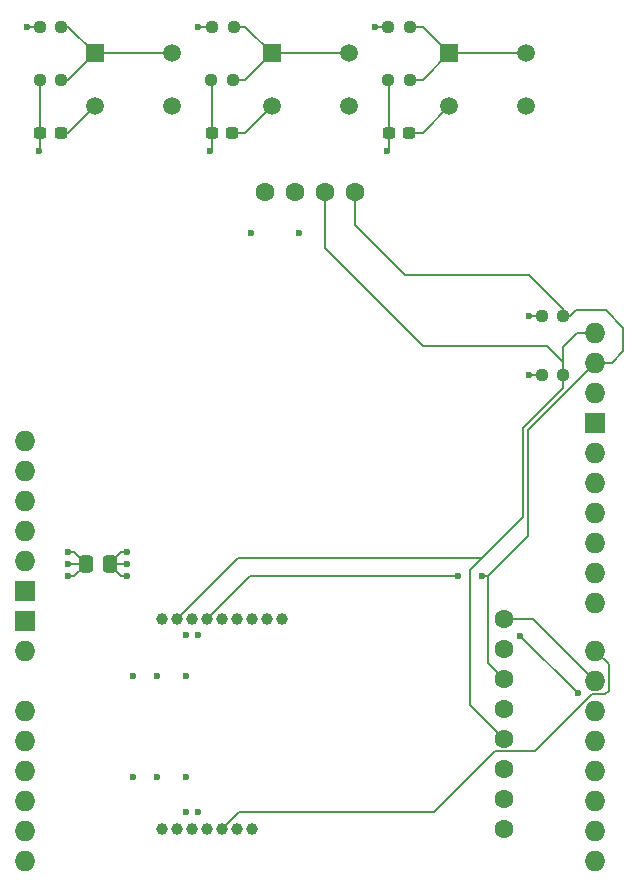
<source format=gtl>
G04 #@! TF.GenerationSoftware,KiCad,Pcbnew,8.0.6*
G04 #@! TF.CreationDate,2025-12-03T00:04:17-05:00*
G04 #@! TF.ProjectId,dead_reckoning_shield,64656164-5f72-4656-936b-6f6e696e675f,rev?*
G04 #@! TF.SameCoordinates,Original*
G04 #@! TF.FileFunction,Copper,L1,Top*
G04 #@! TF.FilePolarity,Positive*
%FSLAX46Y46*%
G04 Gerber Fmt 4.6, Leading zero omitted, Abs format (unit mm)*
G04 Created by KiCad (PCBNEW 8.0.6) date 2025-12-03 00:04:17*
%MOMM*%
%LPD*%
G01*
G04 APERTURE LIST*
G04 Aperture macros list*
%AMRoundRect*
0 Rectangle with rounded corners*
0 $1 Rounding radius*
0 $2 $3 $4 $5 $6 $7 $8 $9 X,Y pos of 4 corners*
0 Add a 4 corners polygon primitive as box body*
4,1,4,$2,$3,$4,$5,$6,$7,$8,$9,$2,$3,0*
0 Add four circle primitives for the rounded corners*
1,1,$1+$1,$2,$3*
1,1,$1+$1,$4,$5*
1,1,$1+$1,$6,$7*
1,1,$1+$1,$8,$9*
0 Add four rect primitives between the rounded corners*
20,1,$1+$1,$2,$3,$4,$5,0*
20,1,$1+$1,$4,$5,$6,$7,0*
20,1,$1+$1,$6,$7,$8,$9,0*
20,1,$1+$1,$8,$9,$2,$3,0*%
G04 Aperture macros list end*
G04 #@! TA.AperFunction,ComponentPad*
%ADD10C,1.600000*%
G04 #@! TD*
G04 #@! TA.AperFunction,ComponentPad*
%ADD11R,1.498000X1.498000*%
G04 #@! TD*
G04 #@! TA.AperFunction,ComponentPad*
%ADD12C,1.498000*%
G04 #@! TD*
G04 #@! TA.AperFunction,SMDPad,CuDef*
%ADD13RoundRect,0.237500X-0.250000X-0.237500X0.250000X-0.237500X0.250000X0.237500X-0.250000X0.237500X0*%
G04 #@! TD*
G04 #@! TA.AperFunction,ComponentPad*
%ADD14O,1.727200X1.727200*%
G04 #@! TD*
G04 #@! TA.AperFunction,ComponentPad*
%ADD15R,1.727200X1.727200*%
G04 #@! TD*
G04 #@! TA.AperFunction,SMDPad,CuDef*
%ADD16RoundRect,0.250000X-0.337500X-0.475000X0.337500X-0.475000X0.337500X0.475000X-0.337500X0.475000X0*%
G04 #@! TD*
G04 #@! TA.AperFunction,ComponentPad*
%ADD17C,1.000000*%
G04 #@! TD*
G04 #@! TA.AperFunction,SMDPad,CuDef*
%ADD18RoundRect,0.237500X-0.300000X-0.237500X0.300000X-0.237500X0.300000X0.237500X-0.300000X0.237500X0*%
G04 #@! TD*
G04 #@! TA.AperFunction,SMDPad,CuDef*
%ADD19RoundRect,0.237500X0.250000X0.237500X-0.250000X0.237500X-0.250000X-0.237500X0.250000X-0.237500X0*%
G04 #@! TD*
G04 #@! TA.AperFunction,ViaPad*
%ADD20C,0.600000*%
G04 #@! TD*
G04 #@! TA.AperFunction,Conductor*
%ADD21C,0.200000*%
G04 #@! TD*
G04 APERTURE END LIST*
D10*
X216350000Y-138890000D03*
X216350000Y-136350000D03*
X216350000Y-133810000D03*
X216350000Y-131270000D03*
X216350000Y-128730000D03*
X216350000Y-126190000D03*
X216350000Y-123650000D03*
X216350000Y-121110000D03*
D11*
X196750000Y-73250000D03*
D12*
X203250000Y-73250000D03*
X196750000Y-77750000D03*
X203250000Y-77750000D03*
D13*
X219587500Y-95500000D03*
X221412500Y-95500000D03*
D14*
X175870000Y-106043000D03*
X175870000Y-108583000D03*
X175870000Y-111123000D03*
X175870000Y-113663000D03*
X175870000Y-116203000D03*
D15*
X175870000Y-118743000D03*
X175870000Y-121283000D03*
D14*
X175870000Y-123823000D03*
X175870000Y-128903000D03*
X175870000Y-131443000D03*
X175870000Y-133983000D03*
X175870000Y-136523000D03*
X175870000Y-139063000D03*
X175870000Y-141603000D03*
X224130000Y-141603000D03*
X224130000Y-139063000D03*
X224130000Y-136523000D03*
X224130000Y-133983000D03*
X224130000Y-131443000D03*
X224130000Y-128903000D03*
X224130000Y-126363000D03*
X224130000Y-123823000D03*
X224130000Y-119759000D03*
X224130000Y-117219000D03*
X224130000Y-114679000D03*
X224130000Y-112139000D03*
X224130000Y-109599000D03*
X224130000Y-107059000D03*
D15*
X224130000Y-104519000D03*
D14*
X224130000Y-101979000D03*
X224130000Y-99439000D03*
X224130000Y-96899000D03*
D16*
X180962500Y-116500000D03*
X183037500Y-116500000D03*
D10*
X196190000Y-85000000D03*
X198730000Y-85000000D03*
X201270000Y-85000000D03*
X203810000Y-85000000D03*
D13*
X177087500Y-75500000D03*
X178912500Y-75500000D03*
D17*
X187460000Y-138890000D03*
X188730000Y-138890000D03*
X190000000Y-138890000D03*
X191270000Y-138890000D03*
X192540000Y-138890000D03*
X193810000Y-138890000D03*
X195080000Y-138890000D03*
X187460000Y-121110000D03*
X188730000Y-121110000D03*
X190000000Y-121110000D03*
X191270000Y-121110000D03*
X192540000Y-121110000D03*
X193810000Y-121110000D03*
X195080000Y-121110000D03*
X196350000Y-121110000D03*
X197620000Y-121110000D03*
D13*
X206587500Y-75500000D03*
X208412500Y-75500000D03*
D18*
X206637500Y-80000000D03*
X208362500Y-80000000D03*
D13*
X191587500Y-75500000D03*
X193412500Y-75500000D03*
D18*
X191637500Y-80000000D03*
X193362500Y-80000000D03*
D19*
X208412500Y-71000000D03*
X206587500Y-71000000D03*
X178912500Y-71000000D03*
X177087500Y-71000000D03*
D11*
X211750000Y-73250000D03*
D12*
X218250000Y-73250000D03*
X211750000Y-77750000D03*
X218250000Y-77750000D03*
D13*
X219587500Y-100500000D03*
X221412500Y-100500000D03*
D19*
X193500000Y-71000000D03*
X191675000Y-71000000D03*
D18*
X177137500Y-80000000D03*
X178862500Y-80000000D03*
D11*
X181750000Y-73250000D03*
D12*
X188250000Y-73250000D03*
X181750000Y-77750000D03*
X188250000Y-77750000D03*
D20*
X222613500Y-127386500D03*
X217777000Y-122550000D03*
X177000000Y-81500000D03*
X184500000Y-115500000D03*
X190500000Y-122500000D03*
X199000000Y-88500000D03*
X184500000Y-117500000D03*
X190500000Y-137500000D03*
X185000000Y-126000000D03*
X189500000Y-137500000D03*
X187000000Y-134500000D03*
X184500000Y-116500000D03*
X189500000Y-122500000D03*
X190500000Y-71000000D03*
X189500000Y-134500000D03*
X187000000Y-126000000D03*
X179500000Y-116500000D03*
X176000000Y-71000000D03*
X218500000Y-95500000D03*
X218500000Y-100500000D03*
X179500000Y-115500000D03*
X195000000Y-88500000D03*
X185000000Y-134500000D03*
X205500000Y-71000000D03*
X189500000Y-126000000D03*
X179500000Y-117500000D03*
X214500000Y-117500000D03*
X212500000Y-117500000D03*
X191500000Y-81500000D03*
X206500000Y-81500000D03*
D21*
X217777000Y-122550000D02*
X222613500Y-127386500D01*
X177137500Y-80000000D02*
X177137500Y-81362500D01*
X177137500Y-75550000D02*
X177087500Y-75500000D01*
X177137500Y-81362500D02*
X177000000Y-81500000D01*
X177137500Y-80000000D02*
X177137500Y-75550000D01*
X194500000Y-80000000D02*
X196750000Y-77750000D01*
X183037500Y-116500000D02*
X183037500Y-116537500D01*
X178862500Y-80000000D02*
X179500000Y-80000000D01*
X179500000Y-80000000D02*
X181750000Y-77750000D01*
X184000000Y-117500000D02*
X184500000Y-117500000D01*
X184000000Y-115500000D02*
X184500000Y-115500000D01*
X183037500Y-116537500D02*
X184000000Y-117500000D01*
X193362500Y-80000000D02*
X194500000Y-80000000D01*
X209500000Y-80000000D02*
X211750000Y-77750000D01*
X183037500Y-116500000D02*
X183037500Y-116462500D01*
X208362500Y-80000000D02*
X209500000Y-80000000D01*
X183037500Y-116462500D02*
X184000000Y-115500000D01*
X183037500Y-116500000D02*
X184500000Y-116500000D01*
X191675000Y-71000000D02*
X190500000Y-71000000D01*
X180000000Y-117500000D02*
X179500000Y-117500000D01*
X180962500Y-116500000D02*
X180962500Y-116462500D01*
X180962500Y-116500000D02*
X180962500Y-116537500D01*
X177087500Y-71000000D02*
X176000000Y-71000000D01*
X180962500Y-116462500D02*
X180000000Y-115500000D01*
X219587500Y-100500000D02*
X218500000Y-100500000D01*
X219587500Y-95500000D02*
X218500000Y-95500000D01*
X180962500Y-116500000D02*
X179500000Y-116500000D01*
X180962500Y-116537500D02*
X180000000Y-117500000D01*
X206587500Y-71000000D02*
X205500000Y-71000000D01*
X180000000Y-115500000D02*
X179500000Y-115500000D01*
X221412500Y-101587500D02*
X218000000Y-105000000D01*
X220000000Y-98000000D02*
X209500000Y-98000000D01*
X221412500Y-98087500D02*
X221412500Y-99412500D01*
X213500000Y-128420000D02*
X213500000Y-117000000D01*
X213500000Y-117000000D02*
X214500000Y-116000000D01*
X201270000Y-89770000D02*
X201270000Y-85000000D01*
X216350000Y-131270000D02*
X213500000Y-128420000D01*
X193840000Y-116000000D02*
X214500000Y-116000000D01*
X188730000Y-121110000D02*
X193840000Y-116000000D01*
X221412500Y-100500000D02*
X221412500Y-99412500D01*
X224130000Y-96899000D02*
X222601000Y-96899000D01*
X221412500Y-100500000D02*
X221412500Y-101587500D01*
X209500000Y-98000000D02*
X201270000Y-89770000D01*
X218000000Y-112500000D02*
X218000000Y-105000000D01*
X222601000Y-96899000D02*
X221412500Y-98087500D01*
X214500000Y-116000000D02*
X218000000Y-112500000D01*
X221412500Y-99412500D02*
X220000000Y-98000000D01*
X194880000Y-117500000D02*
X191270000Y-121110000D01*
X218500000Y-92000000D02*
X221412500Y-94912500D01*
X222500000Y-95000000D02*
X225000000Y-95000000D01*
X225561000Y-99439000D02*
X224130000Y-99439000D01*
X221412500Y-94912500D02*
X221412500Y-95500000D01*
X203810000Y-85000000D02*
X203810000Y-87810000D01*
X221412500Y-95500000D02*
X222000000Y-95500000D01*
X226500000Y-96500000D02*
X226500000Y-98500000D01*
X215000000Y-117500000D02*
X218400000Y-114100000D01*
X215000000Y-124840000D02*
X215000000Y-117500000D01*
X203810000Y-87810000D02*
X208000000Y-92000000D01*
X226500000Y-98500000D02*
X225561000Y-99439000D01*
X222000000Y-95500000D02*
X222500000Y-95000000D01*
X216350000Y-126190000D02*
X215000000Y-124840000D01*
X225000000Y-95000000D02*
X226500000Y-96500000D01*
X208000000Y-92000000D02*
X218500000Y-92000000D01*
X215000000Y-117500000D02*
X214500000Y-117500000D01*
X218400000Y-105169000D02*
X224130000Y-99439000D01*
X218400000Y-114100000D02*
X218400000Y-105169000D01*
X212500000Y-117500000D02*
X194880000Y-117500000D01*
X191637500Y-80000000D02*
X191637500Y-81362500D01*
X191637500Y-80000000D02*
X191637500Y-75550000D01*
X191637500Y-75550000D02*
X191587500Y-75500000D01*
X191637500Y-81362500D02*
X191500000Y-81500000D01*
X191500000Y-80137500D02*
X191637500Y-80000000D01*
X192540000Y-138890000D02*
X193930000Y-137500000D01*
X210500001Y-137500000D02*
X215630001Y-132370000D01*
X225293600Y-127206400D02*
X225293600Y-124986600D01*
X215630001Y-132370000D02*
X219017421Y-132370000D01*
X223860821Y-127526600D02*
X224973400Y-127526600D01*
X193930000Y-137500000D02*
X210500001Y-137500000D01*
X225293600Y-124986600D02*
X224130000Y-123823000D01*
X224973400Y-127526600D02*
X225293600Y-127206400D01*
X219017421Y-132370000D02*
X223860821Y-127526600D01*
X218877000Y-121110000D02*
X224130000Y-126363000D01*
X216350000Y-121110000D02*
X218877000Y-121110000D01*
X206500000Y-81500000D02*
X206637500Y-81362500D01*
X206637500Y-80000000D02*
X206637500Y-75550000D01*
X206637500Y-75550000D02*
X206587500Y-75500000D01*
X206637500Y-81362500D02*
X206637500Y-80000000D01*
X178912500Y-75500000D02*
X179500000Y-75500000D01*
X179500000Y-75500000D02*
X181750000Y-73250000D01*
X179500000Y-71000000D02*
X181750000Y-73250000D01*
X178912500Y-71000000D02*
X179500000Y-71000000D01*
X181750000Y-73250000D02*
X188250000Y-73250000D01*
X194500000Y-75500000D02*
X193412500Y-75500000D01*
X203250000Y-73250000D02*
X196750000Y-73250000D01*
X196750000Y-73250000D02*
X194500000Y-71000000D01*
X196750000Y-73250000D02*
X194500000Y-75500000D01*
X194500000Y-71000000D02*
X193500000Y-71000000D01*
X208412500Y-75500000D02*
X209500000Y-75500000D01*
X208412500Y-71000000D02*
X209500000Y-71000000D01*
X209500000Y-71000000D02*
X211750000Y-73250000D01*
X211750000Y-73250000D02*
X218250000Y-73250000D01*
X209500000Y-75500000D02*
X211750000Y-73250000D01*
M02*

</source>
